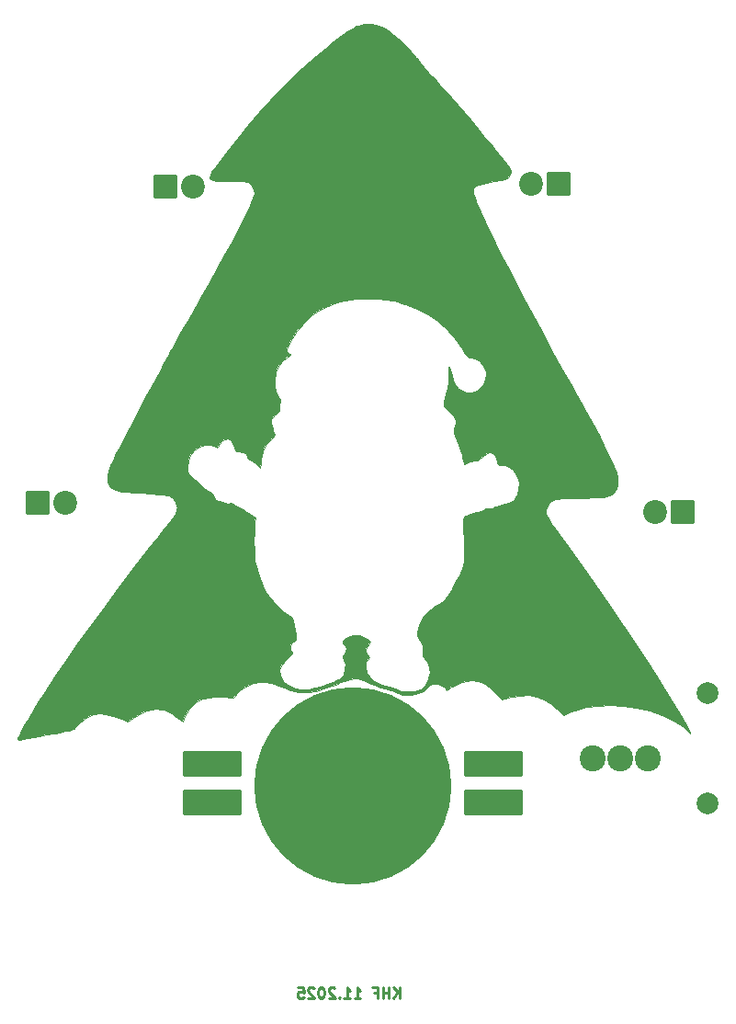
<source format=gbr>
%TF.GenerationSoftware,KiCad,Pcbnew,9.0.6*%
%TF.CreationDate,2025-11-21T09:20:11+01:00*%
%TF.ProjectId,BL_Santa,424c5f53-616e-4746-912e-6b696361645f,rev?*%
%TF.SameCoordinates,Original*%
%TF.FileFunction,Soldermask,Bot*%
%TF.FilePolarity,Negative*%
%FSLAX46Y46*%
G04 Gerber Fmt 4.6, Leading zero omitted, Abs format (unit mm)*
G04 Created by KiCad (PCBNEW 9.0.6) date 2025-11-21 09:20:11*
%MOMM*%
%LPD*%
G01*
G04 APERTURE LIST*
G04 Aperture macros list*
%AMRoundRect*
0 Rectangle with rounded corners*
0 $1 Rounding radius*
0 $2 $3 $4 $5 $6 $7 $8 $9 X,Y pos of 4 corners*
0 Add a 4 corners polygon primitive as box body*
4,1,4,$2,$3,$4,$5,$6,$7,$8,$9,$2,$3,0*
0 Add four circle primitives for the rounded corners*
1,1,$1+$1,$2,$3*
1,1,$1+$1,$4,$5*
1,1,$1+$1,$6,$7*
1,1,$1+$1,$8,$9*
0 Add four rect primitives between the rounded corners*
20,1,$1+$1,$2,$3,$4,$5,0*
20,1,$1+$1,$4,$5,$6,$7,0*
20,1,$1+$1,$6,$7,$8,$9,0*
20,1,$1+$1,$8,$9,$2,$3,0*%
G04 Aperture macros list end*
%ADD10C,0.250000*%
%ADD11C,0.010000*%
%ADD12RoundRect,0.200000X-2.500000X-1.000000X2.500000X-1.000000X2.500000X1.000000X-2.500000X1.000000X0*%
%ADD13C,18.180000*%
%ADD14RoundRect,0.200000X-0.900000X-0.900000X0.900000X-0.900000X0.900000X0.900000X-0.900000X0.900000X0*%
%ADD15C,2.200000*%
%ADD16RoundRect,0.200000X0.900000X0.900000X-0.900000X0.900000X-0.900000X-0.900000X0.900000X-0.900000X0*%
%ADD17C,2.400000*%
%ADD18C,2.000000*%
G04 APERTURE END LIST*
D10*
X153648431Y-140072619D02*
X153648431Y-139072619D01*
X153077003Y-140072619D02*
X153505574Y-139501190D01*
X153077003Y-139072619D02*
X153648431Y-139644047D01*
X152648431Y-140072619D02*
X152648431Y-139072619D01*
X152648431Y-139548809D02*
X152077003Y-139548809D01*
X152077003Y-140072619D02*
X152077003Y-139072619D01*
X151267479Y-139548809D02*
X151600812Y-139548809D01*
X151600812Y-140072619D02*
X151600812Y-139072619D01*
X151600812Y-139072619D02*
X151124622Y-139072619D01*
X149457955Y-140072619D02*
X150029383Y-140072619D01*
X149743669Y-140072619D02*
X149743669Y-139072619D01*
X149743669Y-139072619D02*
X149838907Y-139215476D01*
X149838907Y-139215476D02*
X149934145Y-139310714D01*
X149934145Y-139310714D02*
X150029383Y-139358333D01*
X148505574Y-140072619D02*
X149077002Y-140072619D01*
X148791288Y-140072619D02*
X148791288Y-139072619D01*
X148791288Y-139072619D02*
X148886526Y-139215476D01*
X148886526Y-139215476D02*
X148981764Y-139310714D01*
X148981764Y-139310714D02*
X149077002Y-139358333D01*
X148077002Y-139977380D02*
X148029383Y-140025000D01*
X148029383Y-140025000D02*
X148077002Y-140072619D01*
X148077002Y-140072619D02*
X148124621Y-140025000D01*
X148124621Y-140025000D02*
X148077002Y-139977380D01*
X148077002Y-139977380D02*
X148077002Y-140072619D01*
X147648431Y-139167857D02*
X147600812Y-139120238D01*
X147600812Y-139120238D02*
X147505574Y-139072619D01*
X147505574Y-139072619D02*
X147267479Y-139072619D01*
X147267479Y-139072619D02*
X147172241Y-139120238D01*
X147172241Y-139120238D02*
X147124622Y-139167857D01*
X147124622Y-139167857D02*
X147077003Y-139263095D01*
X147077003Y-139263095D02*
X147077003Y-139358333D01*
X147077003Y-139358333D02*
X147124622Y-139501190D01*
X147124622Y-139501190D02*
X147696050Y-140072619D01*
X147696050Y-140072619D02*
X147077003Y-140072619D01*
X146457955Y-139072619D02*
X146362717Y-139072619D01*
X146362717Y-139072619D02*
X146267479Y-139120238D01*
X146267479Y-139120238D02*
X146219860Y-139167857D01*
X146219860Y-139167857D02*
X146172241Y-139263095D01*
X146172241Y-139263095D02*
X146124622Y-139453571D01*
X146124622Y-139453571D02*
X146124622Y-139691666D01*
X146124622Y-139691666D02*
X146172241Y-139882142D01*
X146172241Y-139882142D02*
X146219860Y-139977380D01*
X146219860Y-139977380D02*
X146267479Y-140025000D01*
X146267479Y-140025000D02*
X146362717Y-140072619D01*
X146362717Y-140072619D02*
X146457955Y-140072619D01*
X146457955Y-140072619D02*
X146553193Y-140025000D01*
X146553193Y-140025000D02*
X146600812Y-139977380D01*
X146600812Y-139977380D02*
X146648431Y-139882142D01*
X146648431Y-139882142D02*
X146696050Y-139691666D01*
X146696050Y-139691666D02*
X146696050Y-139453571D01*
X146696050Y-139453571D02*
X146648431Y-139263095D01*
X146648431Y-139263095D02*
X146600812Y-139167857D01*
X146600812Y-139167857D02*
X146553193Y-139120238D01*
X146553193Y-139120238D02*
X146457955Y-139072619D01*
X145743669Y-139167857D02*
X145696050Y-139120238D01*
X145696050Y-139120238D02*
X145600812Y-139072619D01*
X145600812Y-139072619D02*
X145362717Y-139072619D01*
X145362717Y-139072619D02*
X145267479Y-139120238D01*
X145267479Y-139120238D02*
X145219860Y-139167857D01*
X145219860Y-139167857D02*
X145172241Y-139263095D01*
X145172241Y-139263095D02*
X145172241Y-139358333D01*
X145172241Y-139358333D02*
X145219860Y-139501190D01*
X145219860Y-139501190D02*
X145791288Y-140072619D01*
X145791288Y-140072619D02*
X145172241Y-140072619D01*
X144267479Y-139072619D02*
X144743669Y-139072619D01*
X144743669Y-139072619D02*
X144791288Y-139548809D01*
X144791288Y-139548809D02*
X144743669Y-139501190D01*
X144743669Y-139501190D02*
X144648431Y-139453571D01*
X144648431Y-139453571D02*
X144410336Y-139453571D01*
X144410336Y-139453571D02*
X144315098Y-139501190D01*
X144315098Y-139501190D02*
X144267479Y-139548809D01*
X144267479Y-139548809D02*
X144219860Y-139644047D01*
X144219860Y-139644047D02*
X144219860Y-139882142D01*
X144219860Y-139882142D02*
X144267479Y-139977380D01*
X144267479Y-139977380D02*
X144315098Y-140025000D01*
X144315098Y-140025000D02*
X144410336Y-140072619D01*
X144410336Y-140072619D02*
X144648431Y-140072619D01*
X144648431Y-140072619D02*
X144743669Y-140025000D01*
X144743669Y-140025000D02*
X144791288Y-139977380D01*
D11*
%TO.C,G\u002A\u002A\u002A*%
X151061612Y-50349978D02*
X151692657Y-50499622D01*
X152335853Y-50790211D01*
X152998619Y-51225904D01*
X153688377Y-51810861D01*
X154412547Y-52549239D01*
X155178551Y-53445199D01*
X155211967Y-53486611D01*
X155579342Y-53932311D01*
X156015464Y-54444994D01*
X156472271Y-54969048D01*
X156901700Y-55448862D01*
X157012241Y-55569612D01*
X157480792Y-56084417D01*
X157998290Y-56663879D01*
X158552809Y-57293799D01*
X159132423Y-57959977D01*
X159725203Y-58648212D01*
X160319225Y-59344305D01*
X160902562Y-60034056D01*
X161463287Y-60703265D01*
X161989473Y-61337733D01*
X162469195Y-61923260D01*
X162890525Y-62445646D01*
X163241537Y-62890690D01*
X163510304Y-63244195D01*
X163684901Y-63491958D01*
X163732904Y-63571278D01*
X163843361Y-63912668D01*
X163795309Y-64212914D01*
X163597259Y-64458758D01*
X163257722Y-64636943D01*
X163006497Y-64702703D01*
X162279531Y-64842556D01*
X161701803Y-64957516D01*
X161256171Y-65054168D01*
X160925490Y-65139099D01*
X160692619Y-65218895D01*
X160540413Y-65300142D01*
X160451730Y-65389426D01*
X160409427Y-65493333D01*
X160396360Y-65618450D01*
X160395422Y-65705827D01*
X160437852Y-65966696D01*
X160563184Y-66367745D01*
X160768483Y-66903190D01*
X161050814Y-67567248D01*
X161407242Y-68354134D01*
X161834832Y-69258065D01*
X162330648Y-70273255D01*
X162891756Y-71393922D01*
X163515220Y-72614281D01*
X164198106Y-73928547D01*
X164937477Y-75330937D01*
X165730399Y-76815666D01*
X166573937Y-78376951D01*
X167465155Y-80009008D01*
X168401119Y-81706052D01*
X169378893Y-83462299D01*
X169667502Y-83977673D01*
X170309646Y-85130712D01*
X170912005Y-86227895D01*
X171469075Y-87258576D01*
X171975351Y-88212107D01*
X172425329Y-89077841D01*
X172813504Y-89845131D01*
X173134372Y-90503329D01*
X173382429Y-91041789D01*
X173552169Y-91449863D01*
X173600679Y-91585528D01*
X173740156Y-92171079D01*
X173740387Y-92680154D01*
X173599904Y-93134723D01*
X173483439Y-93337923D01*
X173373701Y-93493634D01*
X173259575Y-93618804D01*
X173121604Y-93717416D01*
X172940334Y-93793454D01*
X172696309Y-93850899D01*
X172370075Y-93893735D01*
X171942175Y-93925943D01*
X171393155Y-93951507D01*
X170703560Y-93974410D01*
X170319794Y-93985545D01*
X169586197Y-94006900D01*
X169001464Y-94027842D01*
X168545202Y-94053068D01*
X168197018Y-94087277D01*
X167936521Y-94135168D01*
X167743317Y-94201438D01*
X167597014Y-94290786D01*
X167477219Y-94407910D01*
X167363541Y-94557509D01*
X167274589Y-94687145D01*
X167167960Y-94866237D01*
X167103828Y-95044589D01*
X167089243Y-95237132D01*
X167131256Y-95458796D01*
X167236917Y-95724508D01*
X167413277Y-96049200D01*
X167667387Y-96447800D01*
X168006296Y-96935238D01*
X168437056Y-97526444D01*
X168923595Y-98178909D01*
X170633623Y-100494959D01*
X172285349Y-102810256D01*
X173898541Y-105154319D01*
X175492967Y-107556667D01*
X177088396Y-110046817D01*
X178704595Y-112654288D01*
X179529140Y-114015364D01*
X179887651Y-114619233D01*
X180152944Y-115084046D01*
X180325789Y-115411599D01*
X180406957Y-115603692D01*
X180397217Y-115662122D01*
X180297340Y-115588687D01*
X180123246Y-115402500D01*
X179775565Y-115083279D01*
X179291268Y-114749593D01*
X178700381Y-114417041D01*
X178032930Y-114101224D01*
X177318940Y-113817741D01*
X176658086Y-113602188D01*
X175438648Y-113307216D01*
X174218659Y-113127035D01*
X173021465Y-113061337D01*
X171870415Y-113109813D01*
X170788857Y-113272153D01*
X169800137Y-113548049D01*
X169417563Y-113697977D01*
X168745371Y-113987210D01*
X168269133Y-113532957D01*
X167586706Y-112953506D01*
X166912717Y-112534793D01*
X166225634Y-112270894D01*
X165503927Y-112155888D01*
X164726067Y-112183851D01*
X163919584Y-112336418D01*
X163005625Y-112565262D01*
X162390182Y-111902797D01*
X161946960Y-111460570D01*
X161547175Y-111147716D01*
X161154347Y-110944322D01*
X160731997Y-110830472D01*
X160353089Y-110790727D01*
X159711887Y-110826277D01*
X159100329Y-111008736D01*
X158489830Y-111347161D01*
X158399505Y-111409856D01*
X157985460Y-111704231D01*
X157785148Y-111488203D01*
X157493649Y-111254494D01*
X157139245Y-111136804D01*
X156812744Y-111113342D01*
X156569488Y-111133803D01*
X156396649Y-111221451D01*
X156217181Y-111415693D01*
X156214139Y-111419501D01*
X155925152Y-111697373D01*
X155552462Y-111895899D01*
X155068523Y-112026158D01*
X154542220Y-112092042D01*
X154178425Y-112117296D01*
X153922172Y-112116008D01*
X153712517Y-112078590D01*
X153488519Y-111995453D01*
X153259321Y-111890187D01*
X152902241Y-111745127D01*
X152526283Y-111629044D01*
X152254523Y-111573701D01*
X151827688Y-111467550D01*
X151287587Y-111240815D01*
X151011708Y-111101458D01*
X150639288Y-110918834D01*
X150279058Y-110765870D01*
X149982697Y-110663434D01*
X149855668Y-110634716D01*
X149395765Y-110634832D01*
X148838364Y-110750187D01*
X148174211Y-110982954D01*
X147922923Y-111089015D01*
X146883276Y-111492848D01*
X145933175Y-111754544D01*
X145070567Y-111874388D01*
X144293397Y-111852662D01*
X143599610Y-111689648D01*
X143589089Y-111685862D01*
X142960511Y-111458112D01*
X142468482Y-111280970D01*
X142089952Y-111148452D01*
X141801874Y-111054573D01*
X141581199Y-110993351D01*
X141404877Y-110958801D01*
X141249861Y-110944940D01*
X141093101Y-110945785D01*
X140911550Y-110955351D01*
X140799959Y-110961771D01*
X140138592Y-111056956D01*
X139559840Y-111275890D01*
X139026036Y-111635924D01*
X138717311Y-111921160D01*
X138272305Y-112371764D01*
X137246827Y-112323310D01*
X136563337Y-112313307D01*
X136005045Y-112360078D01*
X135535092Y-112471296D01*
X135116617Y-112654630D01*
X134844173Y-112823357D01*
X134563867Y-113071280D01*
X134264223Y-113425538D01*
X133984380Y-113833551D01*
X133763472Y-114242736D01*
X133729379Y-114321121D01*
X133621745Y-114580972D01*
X133144417Y-114210672D01*
X132703701Y-113886534D01*
X132335910Y-113665773D01*
X131995951Y-113530333D01*
X131638733Y-113462158D01*
X131227756Y-113443206D01*
X130780686Y-113467461D01*
X130371238Y-113552515D01*
X129957620Y-113713827D01*
X129498042Y-113966858D01*
X129081938Y-114237054D01*
X128573298Y-114582465D01*
X127995527Y-114337376D01*
X127228965Y-114049091D01*
X126561221Y-113880696D01*
X125973313Y-113830437D01*
X125446262Y-113896559D01*
X124996007Y-114060027D01*
X124592233Y-114309581D01*
X124176569Y-114656771D01*
X123812439Y-115047573D01*
X123763991Y-115109496D01*
X123706723Y-115175814D01*
X123632188Y-115233709D01*
X123521695Y-115288019D01*
X123356555Y-115343578D01*
X123118077Y-115405224D01*
X122787570Y-115477793D01*
X122346343Y-115566120D01*
X121775707Y-115675043D01*
X121064495Y-115807996D01*
X120430925Y-115925454D01*
X119850660Y-116032183D01*
X119344728Y-116124382D01*
X118934158Y-116198250D01*
X118639979Y-116249987D01*
X118483219Y-116275791D01*
X118464058Y-116278006D01*
X118427163Y-116210331D01*
X118445930Y-116087506D01*
X118553865Y-115819421D01*
X118753167Y-115425484D01*
X119036425Y-114917380D01*
X119396231Y-114306798D01*
X119825175Y-113605425D01*
X120315850Y-112824948D01*
X120860845Y-111977054D01*
X121452753Y-111073431D01*
X122084163Y-110125765D01*
X122747667Y-109145745D01*
X123435856Y-108145056D01*
X123934054Y-107430340D01*
X125172434Y-105684712D01*
X126417050Y-103973529D01*
X127692879Y-102263564D01*
X129024897Y-100521594D01*
X130438079Y-98714396D01*
X131333851Y-97586806D01*
X131834537Y-96956557D01*
X132236500Y-96440978D01*
X132549413Y-96024652D01*
X132782951Y-95692158D01*
X132946789Y-95428076D01*
X133050600Y-95216989D01*
X133104059Y-95043475D01*
X133116841Y-94892116D01*
X133102629Y-94767658D01*
X132963818Y-94358251D01*
X132731537Y-94021989D01*
X132437847Y-93804312D01*
X132416273Y-93794880D01*
X132214782Y-93743051D01*
X131869594Y-93690808D01*
X131406309Y-93641209D01*
X130850527Y-93597313D01*
X130661293Y-93585211D01*
X129804436Y-93532083D01*
X129099690Y-93484013D01*
X128530049Y-93437487D01*
X128078507Y-93388994D01*
X127728060Y-93335020D01*
X127461702Y-93272052D01*
X127262426Y-93196578D01*
X127113229Y-93105084D01*
X126997103Y-92994059D01*
X126897044Y-92859989D01*
X126857995Y-92799573D01*
X126735625Y-92458734D01*
X126721334Y-92014611D01*
X126813033Y-91492513D01*
X126955734Y-91073186D01*
X134074217Y-91073186D01*
X134081516Y-91230965D01*
X134110984Y-91530364D01*
X134164290Y-91721541D01*
X134269910Y-91865544D01*
X134448203Y-92017052D01*
X134666200Y-92197360D01*
X134954065Y-92447640D01*
X135258674Y-92721475D01*
X135339114Y-92795478D01*
X135624189Y-93047671D01*
X135895238Y-93267540D01*
X136106582Y-93418660D01*
X136158226Y-93448689D01*
X136351965Y-93600519D01*
X136465693Y-93784108D01*
X136467296Y-93790130D01*
X136610366Y-94079374D01*
X136852560Y-94238075D01*
X137036449Y-94264673D01*
X137299904Y-94312494D01*
X137495451Y-94401006D01*
X137766791Y-94495473D01*
X137917543Y-94483624D01*
X138021569Y-94463907D01*
X138126301Y-94468655D01*
X138255791Y-94509619D01*
X138434092Y-94598550D01*
X138685255Y-94747197D01*
X139033334Y-94967312D01*
X139422725Y-95218962D01*
X140336361Y-95811589D01*
X140269392Y-96202298D01*
X140248039Y-96415094D01*
X140230708Y-96760732D01*
X140218473Y-97202742D01*
X140212409Y-97704659D01*
X140212732Y-98126425D01*
X140218078Y-98685245D01*
X140228519Y-99114125D01*
X140248499Y-99452459D01*
X140282466Y-99739639D01*
X140334868Y-100015059D01*
X140410149Y-100318110D01*
X140494671Y-100624092D01*
X140738815Y-101405971D01*
X141003262Y-102062024D01*
X141312218Y-102635714D01*
X141689889Y-103170503D01*
X142160479Y-103709855D01*
X142286301Y-103841071D01*
X142610574Y-104161208D01*
X142921266Y-104444537D01*
X143186610Y-104663614D01*
X143374841Y-104790996D01*
X143399305Y-104802585D01*
X143631519Y-104966026D01*
X143807587Y-105246853D01*
X143933054Y-105659398D01*
X144013463Y-106217992D01*
X144030966Y-106435506D01*
X144050473Y-106782337D01*
X144048260Y-106992827D01*
X144020358Y-107099039D01*
X143962797Y-107133032D01*
X143944491Y-107134006D01*
X143783655Y-107208086D01*
X143640591Y-107390969D01*
X143555529Y-107623621D01*
X143546756Y-107717678D01*
X143603308Y-107945901D01*
X143687802Y-108080861D01*
X143759422Y-108177898D01*
X143753138Y-108265758D01*
X143650041Y-108385208D01*
X143474988Y-108539607D01*
X143023934Y-108990724D01*
X142726426Y-109436777D01*
X142585866Y-109869314D01*
X142605653Y-110279884D01*
X142687749Y-110496484D01*
X143010943Y-110950283D01*
X143454544Y-111292544D01*
X144006163Y-111516800D01*
X144653412Y-111616579D01*
X144841856Y-111621340D01*
X145269129Y-111585002D01*
X145799726Y-111484402D01*
X146386098Y-111332159D01*
X146980693Y-111140891D01*
X147535961Y-110923219D01*
X147629548Y-110881532D01*
X147964963Y-110720518D01*
X148183360Y-110586853D01*
X148326065Y-110447882D01*
X148434405Y-110270948D01*
X148455048Y-110229245D01*
X148599311Y-109765174D01*
X148606345Y-109288001D01*
X148489138Y-108883163D01*
X148405877Y-108686772D01*
X148407627Y-108565739D01*
X148501146Y-108445253D01*
X148531471Y-108414624D01*
X148677121Y-108171145D01*
X148702221Y-107894485D01*
X148605961Y-107648346D01*
X148542089Y-107580028D01*
X148394676Y-107384144D01*
X148411865Y-107180509D01*
X148574285Y-106974196D01*
X148906488Y-106758838D01*
X149318155Y-106628305D01*
X149734944Y-106601459D01*
X149920955Y-106632523D01*
X150164543Y-106721374D01*
X150431090Y-106852915D01*
X150674989Y-106999849D01*
X150850634Y-107134878D01*
X150912756Y-107226164D01*
X150868848Y-107333217D01*
X150758296Y-107520828D01*
X150701089Y-107607728D01*
X150539712Y-107891121D01*
X150502936Y-108114238D01*
X150588374Y-108328819D01*
X150663039Y-108432555D01*
X150836657Y-108653274D01*
X150652007Y-108903027D01*
X150541058Y-109090503D01*
X150496514Y-109297107D01*
X150503961Y-109593515D01*
X150506015Y-109618952D01*
X150627445Y-110106015D01*
X150894593Y-110535397D01*
X151288622Y-110889364D01*
X151790696Y-111150183D01*
X152273208Y-111282720D01*
X152635020Y-111365096D01*
X152995092Y-111474677D01*
X153198756Y-111554383D01*
X153755735Y-111754375D01*
X154307821Y-111830971D01*
X154903313Y-111787256D01*
X155351837Y-111691883D01*
X155737407Y-111508199D01*
X156044068Y-111178780D01*
X156265393Y-110710929D01*
X156292710Y-110622844D01*
X156391129Y-110078001D01*
X156342190Y-109587859D01*
X156139960Y-109113987D01*
X156034125Y-108948143D01*
X155869220Y-108688799D01*
X155780201Y-108471929D01*
X155744373Y-108221328D01*
X155738756Y-107956256D01*
X155730325Y-107636845D01*
X155692691Y-107424356D01*
X155607342Y-107256717D01*
X155484756Y-107104608D01*
X155307618Y-106855288D01*
X155237463Y-106595292D01*
X155230756Y-106436260D01*
X155300352Y-106005291D01*
X155491527Y-105530226D01*
X155777856Y-105049246D01*
X156132916Y-104600531D01*
X156530283Y-104222262D01*
X156943535Y-103952620D01*
X156952669Y-103948167D01*
X157277136Y-103767595D01*
X157560480Y-103549219D01*
X157828413Y-103264975D01*
X158106651Y-102886801D01*
X158420907Y-102386634D01*
X158489443Y-102271023D01*
X158842367Y-101658798D01*
X159117212Y-101139907D01*
X159321931Y-100679508D01*
X159464479Y-100242754D01*
X159552809Y-99794801D01*
X159594874Y-99300803D01*
X159598628Y-98725917D01*
X159572026Y-98035297D01*
X159549352Y-97627616D01*
X159515348Y-97037749D01*
X159492694Y-96594032D01*
X159482039Y-96273620D01*
X159484034Y-96053667D01*
X159499327Y-95911327D01*
X159528570Y-95823757D01*
X159572412Y-95768111D01*
X159602971Y-95742845D01*
X159967073Y-95518819D01*
X160369851Y-95355953D01*
X160739139Y-95282304D01*
X160791735Y-95280673D01*
X161143168Y-95221794D01*
X161349859Y-95111340D01*
X161613092Y-94982788D01*
X161871996Y-94942006D01*
X162162295Y-94906182D01*
X162463637Y-94818692D01*
X162493642Y-94806307D01*
X162755886Y-94709779D01*
X163093142Y-94606853D01*
X163316004Y-94548450D01*
X163725721Y-94430227D01*
X164011637Y-94286935D01*
X164219032Y-94084232D01*
X164393184Y-93787777D01*
X164434473Y-93700155D01*
X164590208Y-93196308D01*
X164615299Y-92687289D01*
X164523059Y-92199259D01*
X164326797Y-91758377D01*
X164039825Y-91390802D01*
X163675455Y-91122695D01*
X163246996Y-90980215D01*
X163042256Y-90964066D01*
X162815530Y-90954446D01*
X162703157Y-90897152D01*
X162650166Y-90746014D01*
X162628012Y-90616149D01*
X162538297Y-90322761D01*
X162390489Y-90055183D01*
X162365485Y-90023482D01*
X162148848Y-89832431D01*
X161919467Y-89778462D01*
X161655354Y-89864563D01*
X161334524Y-90093720D01*
X161239880Y-90176404D01*
X160982483Y-90394297D01*
X160793101Y-90511858D01*
X160624801Y-90553096D01*
X160508282Y-90550678D01*
X160173128Y-90592594D01*
X159916310Y-90705387D01*
X159724737Y-90810760D01*
X159607479Y-90860731D01*
X159593121Y-90860280D01*
X159565911Y-90772777D01*
X159508663Y-90558496D01*
X159431313Y-90255204D01*
X159386156Y-90073673D01*
X159253314Y-89615301D01*
X159076396Y-89109495D01*
X158890819Y-88656475D01*
X158867300Y-88605395D01*
X158712751Y-88268579D01*
X158623977Y-88044172D01*
X158592365Y-87892463D01*
X158609300Y-87773742D01*
X158661603Y-87657100D01*
X158737506Y-87423858D01*
X158781948Y-87120084D01*
X158786756Y-86995921D01*
X158780175Y-86779548D01*
X158742515Y-86622119D01*
X158646900Y-86477908D01*
X158466454Y-86301190D01*
X158284791Y-86141902D01*
X158004711Y-85882822D01*
X157825481Y-85656504D01*
X157737870Y-85422369D01*
X157732648Y-85139839D01*
X157800585Y-84768335D01*
X157891886Y-84414643D01*
X158018778Y-83878397D01*
X158086925Y-83383021D01*
X158109216Y-82830458D01*
X158109422Y-82759739D01*
X158115363Y-82402123D01*
X158131394Y-82117764D01*
X158154824Y-81942297D01*
X158174059Y-81903340D01*
X158220322Y-81979995D01*
X158291367Y-82185854D01*
X158375536Y-82484750D01*
X158423760Y-82678040D01*
X158582355Y-83211303D01*
X158780373Y-83608312D01*
X159039838Y-83901248D01*
X159382774Y-84122293D01*
X159426824Y-84143737D01*
X159767531Y-84242865D01*
X160164499Y-84268357D01*
X160538479Y-84219750D01*
X160725725Y-84151331D01*
X161082021Y-83885049D01*
X161364123Y-83515978D01*
X161550879Y-83089428D01*
X161621136Y-82650707D01*
X161579541Y-82322437D01*
X161356505Y-81824823D01*
X161012797Y-81441477D01*
X160562777Y-81184824D01*
X160143694Y-81080106D01*
X160007911Y-81053426D01*
X159892912Y-80998123D01*
X159775807Y-80889410D01*
X159633704Y-80702503D01*
X159443711Y-80412617D01*
X159267969Y-80131945D01*
X158607176Y-79173727D01*
X157894516Y-78353511D01*
X157109450Y-77655892D01*
X156231440Y-77065469D01*
X155239946Y-76566837D01*
X154114431Y-76144593D01*
X153833756Y-76056452D01*
X153420888Y-75932019D01*
X153092654Y-75839596D01*
X152810553Y-75773750D01*
X152536083Y-75729049D01*
X152230745Y-75700061D01*
X151856037Y-75681353D01*
X151373458Y-75667492D01*
X151019154Y-75659312D01*
X150257514Y-75649962D01*
X149625297Y-75663731D01*
X149083484Y-75706359D01*
X148593059Y-75783589D01*
X148115004Y-75901160D01*
X147610303Y-76064816D01*
X147185018Y-76223502D01*
X146301236Y-76639445D01*
X145510414Y-77170305D01*
X144800989Y-77827359D01*
X144161393Y-78621886D01*
X143580061Y-79565163D01*
X143394839Y-79919353D01*
X143251895Y-80225553D01*
X143199446Y-80424190D01*
X143240408Y-80552628D01*
X143377700Y-80648231D01*
X143454486Y-80683188D01*
X143565915Y-80738354D01*
X143580159Y-80791411D01*
X143480187Y-80872238D01*
X143277235Y-80994150D01*
X142803628Y-81366574D01*
X142437554Y-81853081D01*
X142194381Y-82425698D01*
X142089481Y-83056450D01*
X142086553Y-83161181D01*
X142130539Y-83811176D01*
X142276195Y-84330291D01*
X142495396Y-84690186D01*
X142631233Y-84881166D01*
X142654452Y-85022979D01*
X142620169Y-85111803D01*
X142562731Y-85302639D01*
X142532245Y-85566727D01*
X142530756Y-85634053D01*
X142515385Y-85848612D01*
X142448876Y-86017800D01*
X142300636Y-86197934D01*
X142140252Y-86352886D01*
X141925643Y-86562909D01*
X141814009Y-86715700D01*
X141778978Y-86863312D01*
X141791882Y-87040440D01*
X141850869Y-87324584D01*
X141948384Y-87649612D01*
X141987603Y-87756453D01*
X142141191Y-88148567D01*
X141747139Y-88586848D01*
X141317451Y-89146197D01*
X141036549Y-89716484D01*
X140886455Y-90338037D01*
X140861629Y-90573437D01*
X140830002Y-90878993D01*
X140790287Y-91105925D01*
X140750085Y-91213190D01*
X140742487Y-91216673D01*
X140651002Y-91153006D01*
X140529968Y-90999917D01*
X140529862Y-90999754D01*
X140370524Y-90834132D01*
X140126042Y-90658094D01*
X139989036Y-90580802D01*
X139724063Y-90420864D01*
X139584301Y-90259995D01*
X139541096Y-90132542D01*
X139415395Y-89902540D01*
X139166550Y-89756080D01*
X138827432Y-89710867D01*
X138764843Y-89714386D01*
X138611692Y-89713481D01*
X138520049Y-89651855D01*
X138453322Y-89489235D01*
X138409135Y-89322899D01*
X138258293Y-88907993D01*
X138055339Y-88647901D01*
X137804650Y-88545835D01*
X137510601Y-88605012D01*
X137463161Y-88627924D01*
X137252267Y-88787668D01*
X137056081Y-89013854D01*
X137028691Y-89055620D01*
X136905850Y-89240866D01*
X136820321Y-89345414D01*
X136805871Y-89354006D01*
X136715308Y-89312492D01*
X136553298Y-89213679D01*
X136211291Y-89085627D01*
X135803841Y-89086538D01*
X135365217Y-89208515D01*
X134929690Y-89443658D01*
X134671053Y-89647495D01*
X134327198Y-90052426D01*
X134130620Y-90521298D01*
X134074217Y-91073186D01*
X126955734Y-91073186D01*
X127008631Y-90917750D01*
X127014551Y-90903598D01*
X127108836Y-90699614D01*
X127275257Y-90362139D01*
X127505606Y-89906742D01*
X127791674Y-89348991D01*
X128125254Y-88704455D01*
X128498139Y-87988703D01*
X128902119Y-87217302D01*
X129328987Y-86405822D01*
X129770536Y-85569831D01*
X130218557Y-84724898D01*
X130664842Y-83886590D01*
X131101183Y-83070477D01*
X131519373Y-82292128D01*
X131911204Y-81567110D01*
X132268466Y-80910992D01*
X132582954Y-80339344D01*
X132607713Y-80294673D01*
X132908429Y-79755286D01*
X133274702Y-79102849D01*
X133687499Y-78370998D01*
X134127786Y-77593374D01*
X134576527Y-76803614D01*
X135014689Y-76035358D01*
X135290605Y-75553340D01*
X136088756Y-74151862D01*
X136825466Y-72838958D01*
X137497880Y-71620195D01*
X138103141Y-70501139D01*
X138638393Y-69487357D01*
X139100782Y-68584415D01*
X139487449Y-67797880D01*
X139795541Y-67133319D01*
X140022199Y-66596297D01*
X140164570Y-66192382D01*
X140218089Y-65949219D01*
X140194354Y-65559618D01*
X140028779Y-65242377D01*
X139744168Y-64993714D01*
X139629362Y-64922766D01*
X139508930Y-64871689D01*
X139353966Y-64837236D01*
X139135563Y-64816160D01*
X138824815Y-64805216D01*
X138392815Y-64801157D01*
X138025335Y-64800673D01*
X137348106Y-64793968D01*
X136830245Y-64767385D01*
X136462095Y-64711219D01*
X136233996Y-64615765D01*
X136136289Y-64471318D01*
X136159317Y-64268174D01*
X136293420Y-63996629D01*
X136528939Y-63646977D01*
X136677082Y-63446006D01*
X137720981Y-62073011D01*
X138712426Y-60813230D01*
X139680455Y-59631446D01*
X140654111Y-58492440D01*
X141662434Y-57360994D01*
X141992725Y-56999602D01*
X142527804Y-56425944D01*
X143034629Y-55902729D01*
X143541526Y-55403197D01*
X144076822Y-54900589D01*
X144668842Y-54368143D01*
X145345912Y-53779099D01*
X145917422Y-53291824D01*
X146776986Y-52574959D01*
X147549689Y-51953924D01*
X148229615Y-51433032D01*
X148810851Y-51016594D01*
X149287482Y-50708921D01*
X149653592Y-50514327D01*
X149806289Y-50456889D01*
X150435296Y-50337120D01*
X151061612Y-50349978D01*
G36*
X151061612Y-50349978D02*
G01*
X151692657Y-50499622D01*
X152335853Y-50790211D01*
X152998619Y-51225904D01*
X153688377Y-51810861D01*
X154412547Y-52549239D01*
X155178551Y-53445199D01*
X155211967Y-53486611D01*
X155579342Y-53932311D01*
X156015464Y-54444994D01*
X156472271Y-54969048D01*
X156901700Y-55448862D01*
X157012241Y-55569612D01*
X157480792Y-56084417D01*
X157998290Y-56663879D01*
X158552809Y-57293799D01*
X159132423Y-57959977D01*
X159725203Y-58648212D01*
X160319225Y-59344305D01*
X160902562Y-60034056D01*
X161463287Y-60703265D01*
X161989473Y-61337733D01*
X162469195Y-61923260D01*
X162890525Y-62445646D01*
X163241537Y-62890690D01*
X163510304Y-63244195D01*
X163684901Y-63491958D01*
X163732904Y-63571278D01*
X163843361Y-63912668D01*
X163795309Y-64212914D01*
X163597259Y-64458758D01*
X163257722Y-64636943D01*
X163006497Y-64702703D01*
X162279531Y-64842556D01*
X161701803Y-64957516D01*
X161256171Y-65054168D01*
X160925490Y-65139099D01*
X160692619Y-65218895D01*
X160540413Y-65300142D01*
X160451730Y-65389426D01*
X160409427Y-65493333D01*
X160396360Y-65618450D01*
X160395422Y-65705827D01*
X160437852Y-65966696D01*
X160563184Y-66367745D01*
X160768483Y-66903190D01*
X161050814Y-67567248D01*
X161407242Y-68354134D01*
X161834832Y-69258065D01*
X162330648Y-70273255D01*
X162891756Y-71393922D01*
X163515220Y-72614281D01*
X164198106Y-73928547D01*
X164937477Y-75330937D01*
X165730399Y-76815666D01*
X166573937Y-78376951D01*
X167465155Y-80009008D01*
X168401119Y-81706052D01*
X169378893Y-83462299D01*
X169667502Y-83977673D01*
X170309646Y-85130712D01*
X170912005Y-86227895D01*
X171469075Y-87258576D01*
X171975351Y-88212107D01*
X172425329Y-89077841D01*
X172813504Y-89845131D01*
X173134372Y-90503329D01*
X173382429Y-91041789D01*
X173552169Y-91449863D01*
X173600679Y-91585528D01*
X173740156Y-92171079D01*
X173740387Y-92680154D01*
X173599904Y-93134723D01*
X173483439Y-93337923D01*
X173373701Y-93493634D01*
X173259575Y-93618804D01*
X173121604Y-93717416D01*
X172940334Y-93793454D01*
X172696309Y-93850899D01*
X172370075Y-93893735D01*
X171942175Y-93925943D01*
X171393155Y-93951507D01*
X170703560Y-93974410D01*
X170319794Y-93985545D01*
X169586197Y-94006900D01*
X169001464Y-94027842D01*
X168545202Y-94053068D01*
X168197018Y-94087277D01*
X167936521Y-94135168D01*
X167743317Y-94201438D01*
X167597014Y-94290786D01*
X167477219Y-94407910D01*
X167363541Y-94557509D01*
X167274589Y-94687145D01*
X167167960Y-94866237D01*
X167103828Y-95044589D01*
X167089243Y-95237132D01*
X167131256Y-95458796D01*
X167236917Y-95724508D01*
X167413277Y-96049200D01*
X167667387Y-96447800D01*
X168006296Y-96935238D01*
X168437056Y-97526444D01*
X168923595Y-98178909D01*
X170633623Y-100494959D01*
X172285349Y-102810256D01*
X173898541Y-105154319D01*
X175492967Y-107556667D01*
X177088396Y-110046817D01*
X178704595Y-112654288D01*
X179529140Y-114015364D01*
X179887651Y-114619233D01*
X180152944Y-115084046D01*
X180325789Y-115411599D01*
X180406957Y-115603692D01*
X180397217Y-115662122D01*
X180297340Y-115588687D01*
X180123246Y-115402500D01*
X179775565Y-115083279D01*
X179291268Y-114749593D01*
X178700381Y-114417041D01*
X178032930Y-114101224D01*
X177318940Y-113817741D01*
X176658086Y-113602188D01*
X175438648Y-113307216D01*
X174218659Y-113127035D01*
X173021465Y-113061337D01*
X171870415Y-113109813D01*
X170788857Y-113272153D01*
X169800137Y-113548049D01*
X169417563Y-113697977D01*
X168745371Y-113987210D01*
X168269133Y-113532957D01*
X167586706Y-112953506D01*
X166912717Y-112534793D01*
X166225634Y-112270894D01*
X165503927Y-112155888D01*
X164726067Y-112183851D01*
X163919584Y-112336418D01*
X163005625Y-112565262D01*
X162390182Y-111902797D01*
X161946960Y-111460570D01*
X161547175Y-111147716D01*
X161154347Y-110944322D01*
X160731997Y-110830472D01*
X160353089Y-110790727D01*
X159711887Y-110826277D01*
X159100329Y-111008736D01*
X158489830Y-111347161D01*
X158399505Y-111409856D01*
X157985460Y-111704231D01*
X157785148Y-111488203D01*
X157493649Y-111254494D01*
X157139245Y-111136804D01*
X156812744Y-111113342D01*
X156569488Y-111133803D01*
X156396649Y-111221451D01*
X156217181Y-111415693D01*
X156214139Y-111419501D01*
X155925152Y-111697373D01*
X155552462Y-111895899D01*
X155068523Y-112026158D01*
X154542220Y-112092042D01*
X154178425Y-112117296D01*
X153922172Y-112116008D01*
X153712517Y-112078590D01*
X153488519Y-111995453D01*
X153259321Y-111890187D01*
X152902241Y-111745127D01*
X152526283Y-111629044D01*
X152254523Y-111573701D01*
X151827688Y-111467550D01*
X151287587Y-111240815D01*
X151011708Y-111101458D01*
X150639288Y-110918834D01*
X150279058Y-110765870D01*
X149982697Y-110663434D01*
X149855668Y-110634716D01*
X149395765Y-110634832D01*
X148838364Y-110750187D01*
X148174211Y-110982954D01*
X147922923Y-111089015D01*
X146883276Y-111492848D01*
X145933175Y-111754544D01*
X145070567Y-111874388D01*
X144293397Y-111852662D01*
X143599610Y-111689648D01*
X143589089Y-111685862D01*
X142960511Y-111458112D01*
X142468482Y-111280970D01*
X142089952Y-111148452D01*
X141801874Y-111054573D01*
X141581199Y-110993351D01*
X141404877Y-110958801D01*
X141249861Y-110944940D01*
X141093101Y-110945785D01*
X140911550Y-110955351D01*
X140799959Y-110961771D01*
X140138592Y-111056956D01*
X139559840Y-111275890D01*
X139026036Y-111635924D01*
X138717311Y-111921160D01*
X138272305Y-112371764D01*
X137246827Y-112323310D01*
X136563337Y-112313307D01*
X136005045Y-112360078D01*
X135535092Y-112471296D01*
X135116617Y-112654630D01*
X134844173Y-112823357D01*
X134563867Y-113071280D01*
X134264223Y-113425538D01*
X133984380Y-113833551D01*
X133763472Y-114242736D01*
X133729379Y-114321121D01*
X133621745Y-114580972D01*
X133144417Y-114210672D01*
X132703701Y-113886534D01*
X132335910Y-113665773D01*
X131995951Y-113530333D01*
X131638733Y-113462158D01*
X131227756Y-113443206D01*
X130780686Y-113467461D01*
X130371238Y-113552515D01*
X129957620Y-113713827D01*
X129498042Y-113966858D01*
X129081938Y-114237054D01*
X128573298Y-114582465D01*
X127995527Y-114337376D01*
X127228965Y-114049091D01*
X126561221Y-113880696D01*
X125973313Y-113830437D01*
X125446262Y-113896559D01*
X124996007Y-114060027D01*
X124592233Y-114309581D01*
X124176569Y-114656771D01*
X123812439Y-115047573D01*
X123763991Y-115109496D01*
X123706723Y-115175814D01*
X123632188Y-115233709D01*
X123521695Y-115288019D01*
X123356555Y-115343578D01*
X123118077Y-115405224D01*
X122787570Y-115477793D01*
X122346343Y-115566120D01*
X121775707Y-115675043D01*
X121064495Y-115807996D01*
X120430925Y-115925454D01*
X119850660Y-116032183D01*
X119344728Y-116124382D01*
X118934158Y-116198250D01*
X118639979Y-116249987D01*
X118483219Y-116275791D01*
X118464058Y-116278006D01*
X118427163Y-116210331D01*
X118445930Y-116087506D01*
X118553865Y-115819421D01*
X118753167Y-115425484D01*
X119036425Y-114917380D01*
X119396231Y-114306798D01*
X119825175Y-113605425D01*
X120315850Y-112824948D01*
X120860845Y-111977054D01*
X121452753Y-111073431D01*
X122084163Y-110125765D01*
X122747667Y-109145745D01*
X123435856Y-108145056D01*
X123934054Y-107430340D01*
X125172434Y-105684712D01*
X126417050Y-103973529D01*
X127692879Y-102263564D01*
X129024897Y-100521594D01*
X130438079Y-98714396D01*
X131333851Y-97586806D01*
X131834537Y-96956557D01*
X132236500Y-96440978D01*
X132549413Y-96024652D01*
X132782951Y-95692158D01*
X132946789Y-95428076D01*
X133050600Y-95216989D01*
X133104059Y-95043475D01*
X133116841Y-94892116D01*
X133102629Y-94767658D01*
X132963818Y-94358251D01*
X132731537Y-94021989D01*
X132437847Y-93804312D01*
X132416273Y-93794880D01*
X132214782Y-93743051D01*
X131869594Y-93690808D01*
X131406309Y-93641209D01*
X130850527Y-93597313D01*
X130661293Y-93585211D01*
X129804436Y-93532083D01*
X129099690Y-93484013D01*
X128530049Y-93437487D01*
X128078507Y-93388994D01*
X127728060Y-93335020D01*
X127461702Y-93272052D01*
X127262426Y-93196578D01*
X127113229Y-93105084D01*
X126997103Y-92994059D01*
X126897044Y-92859989D01*
X126857995Y-92799573D01*
X126735625Y-92458734D01*
X126721334Y-92014611D01*
X126813033Y-91492513D01*
X126955734Y-91073186D01*
X134074217Y-91073186D01*
X134081516Y-91230965D01*
X134110984Y-91530364D01*
X134164290Y-91721541D01*
X134269910Y-91865544D01*
X134448203Y-92017052D01*
X134666200Y-92197360D01*
X134954065Y-92447640D01*
X135258674Y-92721475D01*
X135339114Y-92795478D01*
X135624189Y-93047671D01*
X135895238Y-93267540D01*
X136106582Y-93418660D01*
X136158226Y-93448689D01*
X136351965Y-93600519D01*
X136465693Y-93784108D01*
X136467296Y-93790130D01*
X136610366Y-94079374D01*
X136852560Y-94238075D01*
X137036449Y-94264673D01*
X137299904Y-94312494D01*
X137495451Y-94401006D01*
X137766791Y-94495473D01*
X137917543Y-94483624D01*
X138021569Y-94463907D01*
X138126301Y-94468655D01*
X138255791Y-94509619D01*
X138434092Y-94598550D01*
X138685255Y-94747197D01*
X139033334Y-94967312D01*
X139422725Y-95218962D01*
X140336361Y-95811589D01*
X140269392Y-96202298D01*
X140248039Y-96415094D01*
X140230708Y-96760732D01*
X140218473Y-97202742D01*
X140212409Y-97704659D01*
X140212732Y-98126425D01*
X140218078Y-98685245D01*
X140228519Y-99114125D01*
X140248499Y-99452459D01*
X140282466Y-99739639D01*
X140334868Y-100015059D01*
X140410149Y-100318110D01*
X140494671Y-100624092D01*
X140738815Y-101405971D01*
X141003262Y-102062024D01*
X141312218Y-102635714D01*
X141689889Y-103170503D01*
X142160479Y-103709855D01*
X142286301Y-103841071D01*
X142610574Y-104161208D01*
X142921266Y-104444537D01*
X143186610Y-104663614D01*
X143374841Y-104790996D01*
X143399305Y-104802585D01*
X143631519Y-104966026D01*
X143807587Y-105246853D01*
X143933054Y-105659398D01*
X144013463Y-106217992D01*
X144030966Y-106435506D01*
X144050473Y-106782337D01*
X144048260Y-106992827D01*
X144020358Y-107099039D01*
X143962797Y-107133032D01*
X143944491Y-107134006D01*
X143783655Y-107208086D01*
X143640591Y-107390969D01*
X143555529Y-107623621D01*
X143546756Y-107717678D01*
X143603308Y-107945901D01*
X143687802Y-108080861D01*
X143759422Y-108177898D01*
X143753138Y-108265758D01*
X143650041Y-108385208D01*
X143474988Y-108539607D01*
X143023934Y-108990724D01*
X142726426Y-109436777D01*
X142585866Y-109869314D01*
X142605653Y-110279884D01*
X142687749Y-110496484D01*
X143010943Y-110950283D01*
X143454544Y-111292544D01*
X144006163Y-111516800D01*
X144653412Y-111616579D01*
X144841856Y-111621340D01*
X145269129Y-111585002D01*
X145799726Y-111484402D01*
X146386098Y-111332159D01*
X146980693Y-111140891D01*
X147535961Y-110923219D01*
X147629548Y-110881532D01*
X147964963Y-110720518D01*
X148183360Y-110586853D01*
X148326065Y-110447882D01*
X148434405Y-110270948D01*
X148455048Y-110229245D01*
X148599311Y-109765174D01*
X148606345Y-109288001D01*
X148489138Y-108883163D01*
X148405877Y-108686772D01*
X148407627Y-108565739D01*
X148501146Y-108445253D01*
X148531471Y-108414624D01*
X148677121Y-108171145D01*
X148702221Y-107894485D01*
X148605961Y-107648346D01*
X148542089Y-107580028D01*
X148394676Y-107384144D01*
X148411865Y-107180509D01*
X148574285Y-106974196D01*
X148906488Y-106758838D01*
X149318155Y-106628305D01*
X149734944Y-106601459D01*
X149920955Y-106632523D01*
X150164543Y-106721374D01*
X150431090Y-106852915D01*
X150674989Y-106999849D01*
X150850634Y-107134878D01*
X150912756Y-107226164D01*
X150868848Y-107333217D01*
X150758296Y-107520828D01*
X150701089Y-107607728D01*
X150539712Y-107891121D01*
X150502936Y-108114238D01*
X150588374Y-108328819D01*
X150663039Y-108432555D01*
X150836657Y-108653274D01*
X150652007Y-108903027D01*
X150541058Y-109090503D01*
X150496514Y-109297107D01*
X150503961Y-109593515D01*
X150506015Y-109618952D01*
X150627445Y-110106015D01*
X150894593Y-110535397D01*
X151288622Y-110889364D01*
X151790696Y-111150183D01*
X152273208Y-111282720D01*
X152635020Y-111365096D01*
X152995092Y-111474677D01*
X153198756Y-111554383D01*
X153755735Y-111754375D01*
X154307821Y-111830971D01*
X154903313Y-111787256D01*
X155351837Y-111691883D01*
X155737407Y-111508199D01*
X156044068Y-111178780D01*
X156265393Y-110710929D01*
X156292710Y-110622844D01*
X156391129Y-110078001D01*
X156342190Y-109587859D01*
X156139960Y-109113987D01*
X156034125Y-108948143D01*
X155869220Y-108688799D01*
X155780201Y-108471929D01*
X155744373Y-108221328D01*
X155738756Y-107956256D01*
X155730325Y-107636845D01*
X155692691Y-107424356D01*
X155607342Y-107256717D01*
X155484756Y-107104608D01*
X155307618Y-106855288D01*
X155237463Y-106595292D01*
X155230756Y-106436260D01*
X155300352Y-106005291D01*
X155491527Y-105530226D01*
X155777856Y-105049246D01*
X156132916Y-104600531D01*
X156530283Y-104222262D01*
X156943535Y-103952620D01*
X156952669Y-103948167D01*
X157277136Y-103767595D01*
X157560480Y-103549219D01*
X157828413Y-103264975D01*
X158106651Y-102886801D01*
X158420907Y-102386634D01*
X158489443Y-102271023D01*
X158842367Y-101658798D01*
X159117212Y-101139907D01*
X159321931Y-100679508D01*
X159464479Y-100242754D01*
X159552809Y-99794801D01*
X159594874Y-99300803D01*
X159598628Y-98725917D01*
X159572026Y-98035297D01*
X159549352Y-97627616D01*
X159515348Y-97037749D01*
X159492694Y-96594032D01*
X159482039Y-96273620D01*
X159484034Y-96053667D01*
X159499327Y-95911327D01*
X159528570Y-95823757D01*
X159572412Y-95768111D01*
X159602971Y-95742845D01*
X159967073Y-95518819D01*
X160369851Y-95355953D01*
X160739139Y-95282304D01*
X160791735Y-95280673D01*
X161143168Y-95221794D01*
X161349859Y-95111340D01*
X161613092Y-94982788D01*
X161871996Y-94942006D01*
X162162295Y-94906182D01*
X162463637Y-94818692D01*
X162493642Y-94806307D01*
X162755886Y-94709779D01*
X163093142Y-94606853D01*
X163316004Y-94548450D01*
X163725721Y-94430227D01*
X164011637Y-94286935D01*
X164219032Y-94084232D01*
X164393184Y-93787777D01*
X164434473Y-93700155D01*
X164590208Y-93196308D01*
X164615299Y-92687289D01*
X164523059Y-92199259D01*
X164326797Y-91758377D01*
X164039825Y-91390802D01*
X163675455Y-91122695D01*
X163246996Y-90980215D01*
X163042256Y-90964066D01*
X162815530Y-90954446D01*
X162703157Y-90897152D01*
X162650166Y-90746014D01*
X162628012Y-90616149D01*
X162538297Y-90322761D01*
X162390489Y-90055183D01*
X162365485Y-90023482D01*
X162148848Y-89832431D01*
X161919467Y-89778462D01*
X161655354Y-89864563D01*
X161334524Y-90093720D01*
X161239880Y-90176404D01*
X160982483Y-90394297D01*
X160793101Y-90511858D01*
X160624801Y-90553096D01*
X160508282Y-90550678D01*
X160173128Y-90592594D01*
X159916310Y-90705387D01*
X159724737Y-90810760D01*
X159607479Y-90860731D01*
X159593121Y-90860280D01*
X159565911Y-90772777D01*
X159508663Y-90558496D01*
X159431313Y-90255204D01*
X159386156Y-90073673D01*
X159253314Y-89615301D01*
X159076396Y-89109495D01*
X158890819Y-88656475D01*
X158867300Y-88605395D01*
X158712751Y-88268579D01*
X158623977Y-88044172D01*
X158592365Y-87892463D01*
X158609300Y-87773742D01*
X158661603Y-87657100D01*
X158737506Y-87423858D01*
X158781948Y-87120084D01*
X158786756Y-86995921D01*
X158780175Y-86779548D01*
X158742515Y-86622119D01*
X158646900Y-86477908D01*
X158466454Y-86301190D01*
X158284791Y-86141902D01*
X158004711Y-85882822D01*
X157825481Y-85656504D01*
X157737870Y-85422369D01*
X157732648Y-85139839D01*
X157800585Y-84768335D01*
X157891886Y-84414643D01*
X158018778Y-83878397D01*
X158086925Y-83383021D01*
X158109216Y-82830458D01*
X158109422Y-82759739D01*
X158115363Y-82402123D01*
X158131394Y-82117764D01*
X158154824Y-81942297D01*
X158174059Y-81903340D01*
X158220322Y-81979995D01*
X158291367Y-82185854D01*
X158375536Y-82484750D01*
X158423760Y-82678040D01*
X158582355Y-83211303D01*
X158780373Y-83608312D01*
X159039838Y-83901248D01*
X159382774Y-84122293D01*
X159426824Y-84143737D01*
X159767531Y-84242865D01*
X160164499Y-84268357D01*
X160538479Y-84219750D01*
X160725725Y-84151331D01*
X161082021Y-83885049D01*
X161364123Y-83515978D01*
X161550879Y-83089428D01*
X161621136Y-82650707D01*
X161579541Y-82322437D01*
X161356505Y-81824823D01*
X161012797Y-81441477D01*
X160562777Y-81184824D01*
X160143694Y-81080106D01*
X160007911Y-81053426D01*
X159892912Y-80998123D01*
X159775807Y-80889410D01*
X159633704Y-80702503D01*
X159443711Y-80412617D01*
X159267969Y-80131945D01*
X158607176Y-79173727D01*
X157894516Y-78353511D01*
X157109450Y-77655892D01*
X156231440Y-77065469D01*
X155239946Y-76566837D01*
X154114431Y-76144593D01*
X153833756Y-76056452D01*
X153420888Y-75932019D01*
X153092654Y-75839596D01*
X152810553Y-75773750D01*
X152536083Y-75729049D01*
X152230745Y-75700061D01*
X151856037Y-75681353D01*
X151373458Y-75667492D01*
X151019154Y-75659312D01*
X150257514Y-75649962D01*
X149625297Y-75663731D01*
X149083484Y-75706359D01*
X148593059Y-75783589D01*
X148115004Y-75901160D01*
X147610303Y-76064816D01*
X147185018Y-76223502D01*
X146301236Y-76639445D01*
X145510414Y-77170305D01*
X144800989Y-77827359D01*
X144161393Y-78621886D01*
X143580061Y-79565163D01*
X143394839Y-79919353D01*
X143251895Y-80225553D01*
X143199446Y-80424190D01*
X143240408Y-80552628D01*
X143377700Y-80648231D01*
X143454486Y-80683188D01*
X143565915Y-80738354D01*
X143580159Y-80791411D01*
X143480187Y-80872238D01*
X143277235Y-80994150D01*
X142803628Y-81366574D01*
X142437554Y-81853081D01*
X142194381Y-82425698D01*
X142089481Y-83056450D01*
X142086553Y-83161181D01*
X142130539Y-83811176D01*
X142276195Y-84330291D01*
X142495396Y-84690186D01*
X142631233Y-84881166D01*
X142654452Y-85022979D01*
X142620169Y-85111803D01*
X142562731Y-85302639D01*
X142532245Y-85566727D01*
X142530756Y-85634053D01*
X142515385Y-85848612D01*
X142448876Y-86017800D01*
X142300636Y-86197934D01*
X142140252Y-86352886D01*
X141925643Y-86562909D01*
X141814009Y-86715700D01*
X141778978Y-86863312D01*
X141791882Y-87040440D01*
X141850869Y-87324584D01*
X141948384Y-87649612D01*
X141987603Y-87756453D01*
X142141191Y-88148567D01*
X141747139Y-88586848D01*
X141317451Y-89146197D01*
X141036549Y-89716484D01*
X140886455Y-90338037D01*
X140861629Y-90573437D01*
X140830002Y-90878993D01*
X140790287Y-91105925D01*
X140750085Y-91213190D01*
X140742487Y-91216673D01*
X140651002Y-91153006D01*
X140529968Y-90999917D01*
X140529862Y-90999754D01*
X140370524Y-90834132D01*
X140126042Y-90658094D01*
X139989036Y-90580802D01*
X139724063Y-90420864D01*
X139584301Y-90259995D01*
X139541096Y-90132542D01*
X139415395Y-89902540D01*
X139166550Y-89756080D01*
X138827432Y-89710867D01*
X138764843Y-89714386D01*
X138611692Y-89713481D01*
X138520049Y-89651855D01*
X138453322Y-89489235D01*
X138409135Y-89322899D01*
X138258293Y-88907993D01*
X138055339Y-88647901D01*
X137804650Y-88545835D01*
X137510601Y-88605012D01*
X137463161Y-88627924D01*
X137252267Y-88787668D01*
X137056081Y-89013854D01*
X137028691Y-89055620D01*
X136905850Y-89240866D01*
X136820321Y-89345414D01*
X136805871Y-89354006D01*
X136715308Y-89312492D01*
X136553298Y-89213679D01*
X136211291Y-89085627D01*
X135803841Y-89086538D01*
X135365217Y-89208515D01*
X134929690Y-89443658D01*
X134671053Y-89647495D01*
X134327198Y-90052426D01*
X134130620Y-90521298D01*
X134074217Y-91073186D01*
X126955734Y-91073186D01*
X127008631Y-90917750D01*
X127014551Y-90903598D01*
X127108836Y-90699614D01*
X127275257Y-90362139D01*
X127505606Y-89906742D01*
X127791674Y-89348991D01*
X128125254Y-88704455D01*
X128498139Y-87988703D01*
X128902119Y-87217302D01*
X129328987Y-86405822D01*
X129770536Y-85569831D01*
X130218557Y-84724898D01*
X130664842Y-83886590D01*
X131101183Y-83070477D01*
X131519373Y-82292128D01*
X131911204Y-81567110D01*
X132268466Y-80910992D01*
X132582954Y-80339344D01*
X132607713Y-80294673D01*
X132908429Y-79755286D01*
X133274702Y-79102849D01*
X133687499Y-78370998D01*
X134127786Y-77593374D01*
X134576527Y-76803614D01*
X135014689Y-76035358D01*
X135290605Y-75553340D01*
X136088756Y-74151862D01*
X136825466Y-72838958D01*
X137497880Y-71620195D01*
X138103141Y-70501139D01*
X138638393Y-69487357D01*
X139100782Y-68584415D01*
X139487449Y-67797880D01*
X139795541Y-67133319D01*
X140022199Y-66596297D01*
X140164570Y-66192382D01*
X140218089Y-65949219D01*
X140194354Y-65559618D01*
X140028779Y-65242377D01*
X139744168Y-64993714D01*
X139629362Y-64922766D01*
X139508930Y-64871689D01*
X139353966Y-64837236D01*
X139135563Y-64816160D01*
X138824815Y-64805216D01*
X138392815Y-64801157D01*
X138025335Y-64800673D01*
X137348106Y-64793968D01*
X136830245Y-64767385D01*
X136462095Y-64711219D01*
X136233996Y-64615765D01*
X136136289Y-64471318D01*
X136159317Y-64268174D01*
X136293420Y-63996629D01*
X136528939Y-63646977D01*
X136677082Y-63446006D01*
X137720981Y-62073011D01*
X138712426Y-60813230D01*
X139680455Y-59631446D01*
X140654111Y-58492440D01*
X141662434Y-57360994D01*
X141992725Y-56999602D01*
X142527804Y-56425944D01*
X143034629Y-55902729D01*
X143541526Y-55403197D01*
X144076822Y-54900589D01*
X144668842Y-54368143D01*
X145345912Y-53779099D01*
X145917422Y-53291824D01*
X146776986Y-52574959D01*
X147549689Y-51953924D01*
X148229615Y-51433032D01*
X148810851Y-51016594D01*
X149287482Y-50708921D01*
X149653592Y-50514327D01*
X149806289Y-50456889D01*
X150435296Y-50337120D01*
X151061612Y-50349978D01*
G37*
%TD*%
D12*
%TO.C,U1*%
X136396000Y-122024000D03*
X136396000Y-118468000D03*
X162290000Y-122024000D03*
X162290000Y-118468000D03*
D13*
X149350000Y-120500000D03*
%TD*%
D14*
%TO.C,D1*%
X120265000Y-94400000D03*
D15*
X122805000Y-94400000D03*
%TD*%
%TO.C,D3*%
X177170000Y-95300000D03*
D16*
X179710000Y-95300000D03*
%TD*%
D15*
%TO.C,D4*%
X165760000Y-65050000D03*
D16*
X168300000Y-65050000D03*
%TD*%
D14*
%TO.C,D2*%
X132015000Y-65300000D03*
D15*
X134555000Y-65300000D03*
%TD*%
D17*
%TO.C,S1*%
X171421900Y-117961900D03*
X173961900Y-117961900D03*
X176501900Y-117961900D03*
%TD*%
D18*
%TO.C,R2*%
X182000000Y-112000000D03*
X182000000Y-122160000D03*
%TD*%
M02*

</source>
